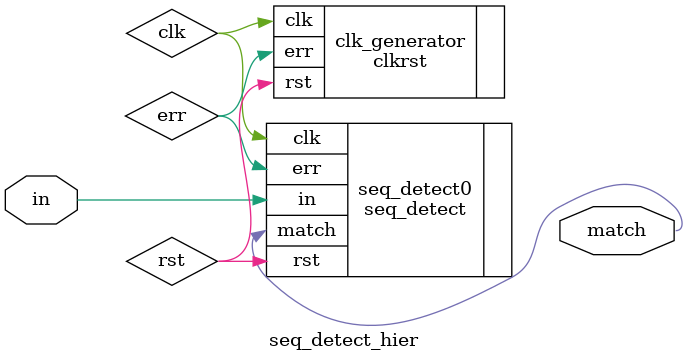
<source format=v>
/* $Author: karu $ */
/* $LastChangedDate: 2009-03-04 23:09:45 -0600 (Wed, 04 Mar 2009) $ */
/* $Rev: 45 $ */
// YOU SHALL NOT EDIT THIS FILE. ANY CHANGES TO THIS FILE WILL
// RESULT IN ZERO FOR THIS PROBLEM.

module seq_detect_hier (/*AUTOARG*/
   // Outputs
   match, 
   // Inputs
   in
   );

   
   input in;
   output match;

   wire   err;
   wire   clk;
   wire   rst;
   
   clkrst clk_generator(.clk(clk), .rst(rst), .err(err) );
   
   seq_detect seq_detect0( /*AUTOINST*/
                          // Outputs
                          .match        (match),
                          .err          (err),
                          // Inputs
                          .in           (in),
                          .clk          (clk),
                          .rst          (rst));
   
endmodule
// DUMMY LINE FOR REV CONTROL :1:

</source>
